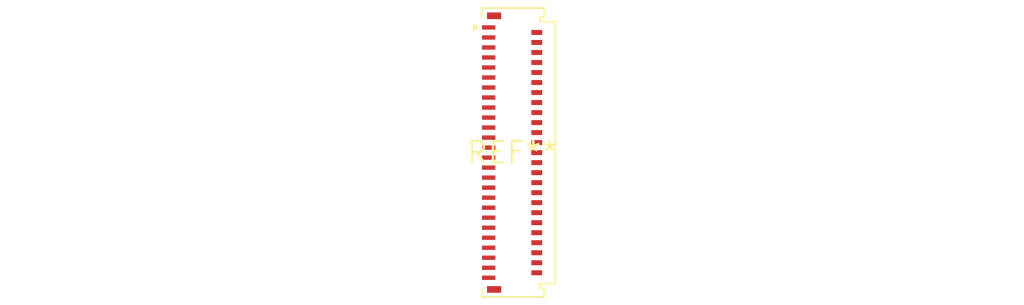
<source format=kicad_pcb>
(kicad_pcb (version 20240108) (generator pcbnew)
  (layers (0 "F.Cu" signal) (31 "B.Cu" signal) (34 "B.Paste" user) (35 "F.Paste" user) (36 "B.SilkS" user "B.Silkscreen") (37 "F.SilkS" user "F.Silkscreen") (38 "B.Mask" user) (39 "F.Mask" user) (44 "Edge.Cuts" user))
  (net 0 "")
  (footprint "Molex_502250-5191_2Rows-51Pins-1MP_P0.60mm_Horizontal" (layer "F.Cu") (at 0 0)
    (property "Reference" "REF**")
    (property "Value" "Molex_502250-5191_2Rows-51Pins-1MP_P0.60mm_Horizontal")
    (fp_line (start -2.272132 -7.65) (end -2.06 -7.5) (layer "F.SilkS") (stroke (width 0.12)))
    (fp_line (start -2.272132 -7.35) (end -2.272132 -7.65) (layer "F.SilkS") (stroke (width 0.12)))
    (fp_line (start -2.06 -7.5) (end -2.272132 -7.35) (layer "F.SilkS") (stroke (width 0.12)))
    (fp_line (start -1.82 -8.66) (end 1.93 -8.66) (layer "F.SilkS") (stroke (width 0.12)))
    (fp_line (start -1.82 -8.16) (end -1.82 -8.66) (layer "F.SilkS") (stroke (width 0.12)))
    (fp_line (start -1.82 8.16) (end -1.82 8.66) (layer "F.SilkS") (stroke (width 0.12)))
    (fp_line (start -1.82 8.66) (end 1.93 8.66) (layer "F.SilkS") (stroke (width 0.12)))
    (fp_line (start 1.68 -8.14) (end 1.68 -7.85) (layer "F.SilkS") (stroke (width 0.12)))
    (fp_line (start 1.68 -7.85) (end 2.59 -7.85) (layer "F.SilkS") (stroke (width 0.12)))
    (fp_line (start 1.68 7.85) (end 2.59 7.85) (layer "F.SilkS") (stroke (width 0.12)))
    (fp_line (start 1.68 8.14) (end 1.68 7.85) (layer "F.SilkS") (stroke (width 0.12)))
    (fp_line (start 1.93 -8.66) (end 1.93 -8.14) (layer "F.SilkS") (stroke (width 0.12)))
    (fp_line (start 1.93 -8.14) (end 1.68 -8.14) (layer "F.SilkS") (stroke (width 0.12)))
    (fp_line (start 1.93 8.14) (end 1.68 8.14) (layer "F.SilkS") (stroke (width 0.12)))
    (fp_line (start 1.93 8.66) (end 1.93 8.14) (layer "F.SilkS") (stroke (width 0.12)))
    (fp_line (start 2.59 -7.85) (end 2.59 0) (layer "F.SilkS") (stroke (width 0.12)))
    (fp_line (start 2.59 7.85) (end 2.59 0) (layer "F.SilkS") (stroke (width 0.12)))
    (pad "1" smd rect (at -1.4 -7.5) (size 0.8 0.26) (layers "F.Cu" "F.Paste" "F.Mask"))
    (pad "2" smd rect (at 1.475 -7.2) (size 0.65 0.3) (layers "F.Cu" "F.Paste" "F.Mask"))
    (pad "3" smd rect (at -1.4 -6.9) (size 0.8 0.26) (layers "F.Cu" "F.Paste" "F.Mask"))
    (pad "4" smd rect (at 1.475 -6.6) (size 0.65 0.3) (layers "F.Cu" "F.Paste" "F.Mask"))
    (pad "5" smd rect (at -1.4 -6.3) (size 0.8 0.26) (layers "F.Cu" "F.Paste" "F.Mask"))
    (pad "6" smd rect (at 1.475 -6) (size 0.65 0.3) (layers "F.Cu" "F.Paste" "F.Mask"))
    (pad "7" smd rect (at -1.4 -5.7) (size 0.8 0.26) (layers "F.Cu" "F.Paste" "F.Mask"))
    (pad "8" smd rect (at 1.475 -5.4) (size 0.65 0.3) (layers "F.Cu" "F.Paste" "F.Mask"))
    (pad "9" smd rect (at -1.4 -5.1) (size 0.8 0.26) (layers "F.Cu" "F.Paste" "F.Mask"))
    (pad "10" smd rect (at 1.475 -4.8) (size 0.65 0.3) (layers "F.Cu" "F.Paste" "F.Mask"))
    (pad "11" smd rect (at -1.4 -4.5) (size 0.8 0.26) (layers "F.Cu" "F.Paste" "F.Mask"))
    (pad "12" smd rect (at 1.475 -4.2) (size 0.65 0.3) (layers "F.Cu" "F.Paste" "F.Mask"))
    (pad "13" smd rect (at -1.4 -3.9) (size 0.8 0.26) (layers "F.Cu" "F.Paste" "F.Mask"))
    (pad "14" smd rect (at 1.475 -3.6) (size 0.65 0.3) (layers "F.Cu" "F.Paste" "F.Mask"))
    (pad "15" smd rect (at -1.4 -3.3) (size 0.8 0.26) (layers "F.Cu" "F.Paste" "F.Mask"))
    (pad "16" smd rect (at 1.475 -3) (size 0.65 0.3) (layers "F.Cu" "F.Paste" "F.Mask"))
    (pad "17" smd rect (at -1.4 -2.7) (size 0.8 0.26) (layers "F.Cu" "F.Paste" "F.Mask"))
    (pad "18" smd rect (at 1.475 -2.4) (size 0.65 0.3) (layers "F.Cu" "F.Paste" "F.Mask"))
    (pad "19" smd rect (at -1.4 -2.1) (size 0.8 0.26) (layers "F.Cu" "F.Paste" "F.Mask"))
    (pad "20" smd rect (at 1.475 -1.8) (size 0.65 0.3) (layers "F.Cu" "F.Paste" "F.Mask"))
    (pad "21" smd rect (at -1.4 -1.5) (size 0.8 0.26) (layers "F.Cu" "F.Paste" "F.Mask"))
    (pad "22" smd rect (at 1.475 -1.2) (size 0.65 0.3) (layers "F.Cu" "F.Paste" "F.Mask"))
    (pad "23" smd rect (at -1.4 -0.9) (size 0.8 0.26) (layers "F.Cu" "F.Paste" "F.Mask"))
    (pad "24" smd rect (at 1.475 -0.6) (size 0.65 0.3) (layers "F.Cu" "F.Paste" "F.Mask"))
    (pad "25" smd rect (at -1.4 -0.3) (size 0.8 0.26) (layers "F.Cu" "F.Paste" "F.Mask"))
    (pad "26" smd rect (at 1.475 0) (size 0.65 0.3) (layers "F.Cu" "F.Paste" "F.Mask"))
    (pad "27" smd rect (at -1.4 0.3) (size 0.8 0.26) (layers "F.Cu" "F.Paste" "F.Mask"))
    (pad "28" smd rect (at 1.475 0.6) (size 0.65 0.3) (layers "F.Cu" "F.Paste" "F.Mask"))
    (pad "29" smd rect (at -1.4 0.9) (size 0.8 0.26) (layers "F.Cu" "F.Paste" "F.Mask"))
    (pad "30" smd rect (at 1.475 1.2) (size 0.65 0.3) (layers "F.Cu" "F.Paste" "F.Mask"))
    (pad "31" smd rect (at -1.4 1.5) (size 0.8 0.26) (layers "F.Cu" "F.Paste" "F.Mask"))
    (pad "32" smd rect (at 1.475 1.8) (size 0.65 0.3) (layers "F.Cu" "F.Paste" "F.Mask"))
    (pad "33" smd rect (at -1.4 2.1) (size 0.8 0.26) (layers "F.Cu" "F.Paste" "F.Mask"))
    (pad "34" smd rect (at 1.475 2.4) (size 0.65 0.3) (layers "F.Cu" "F.Paste" "F.Mask"))
    (pad "35" smd rect (at -1.4 2.7) (size 0.8 0.26) (layers "F.Cu" "F.Paste" "F.Mask"))
    (pad "36" smd rect (at 1.475 3) (size 0.65 0.3) (layers "F.Cu" "F.Paste" "F.Mask"))
    (pad "37" smd rect (at -1.4 3.3) (size 0.8 0.26) (layers "F.Cu" "F.Paste" "F.Mask"))
    (pad "38" smd rect (at 1.475 3.6) (size 0.65 0.3) (layers "F.Cu" "F.Paste" "F.Mask"))
    (pad "39" smd rect (at -1.4 3.9) (size 0.8 0.26) (layers "F.Cu" "F.Paste" "F.Mask"))
    (pad "40" smd rect (at 1.475 4.2) (size 0.65 0.3) (layers "F.Cu" "F.Paste" "F.Mask"))
    (pad "41" smd rect (at -1.4 4.5) (size 0.8 0.26) (layers "F.Cu" "F.Paste" "F.Mask"))
    (pad "42" smd rect (at 1.475 4.8) (size 0.65 0.3) (layers "F.Cu" "F.Paste" "F.Mask"))
    (pad "43" smd rect (at -1.4 5.1) (size 0.8 0.26) (layers "F.Cu" "F.Paste" "F.Mask"))
    (pad "44" smd rect (at 1.475 5.4) (size 0.65 0.3) (layers "F.Cu" "F.Paste" "F.Mask"))
    (pad "45" smd rect (at -1.4 5.7) (size 0.8 0.26) (layers "F.Cu" "F.Paste" "F.Mask"))
    (pad "46" smd rect (at 1.475 6) (size 0.65 0.3) (layers "F.Cu" "F.Paste" "F.Mask"))
    (pad "47" smd rect (at -1.4 6.3) (size 0.8 0.26) (layers "F.Cu" "F.Paste" "F.Mask"))
    (pad "48" smd rect (at 1.475 6.6) (size 0.65 0.3) (layers "F.Cu" "F.Paste" "F.Mask"))
    (pad "49" smd rect (at -1.4 6.9) (size 0.8 0.26) (layers "F.Cu" "F.Paste" "F.Mask"))
    (pad "50" smd rect (at 1.475 7.2) (size 0.65 0.3) (layers "F.Cu" "F.Paste" "F.Mask"))
    (pad "51" smd rect (at -1.4 7.5) (size 0.8 0.26) (layers "F.Cu" "F.Paste" "F.Mask"))
    (pad "MP" smd rect (at -1.075 -8.2) (size 0.85 0.4) (layers "F.Cu" "F.Paste" "F.Mask"))
    (pad "MP" smd rect (at -1.075 8.2) (size 0.85 0.4) (layers "F.Cu" "F.Paste" "F.Mask"))
  )
)
</source>
